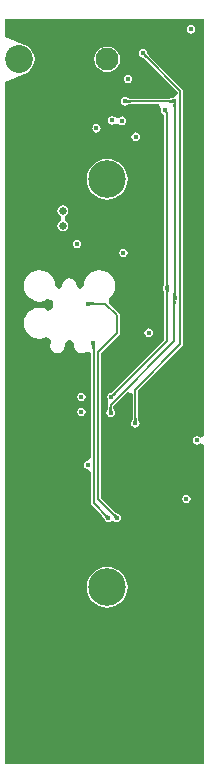
<source format=gbl>
G04*
G04 #@! TF.GenerationSoftware,Altium Limited,Altium Designer,20.2.5 (213)*
G04*
G04 Layer_Physical_Order=4*
G04 Layer_Color=16711680*
%FSLAX25Y25*%
%MOIN*%
G70*
G04*
G04 #@! TF.SameCoordinates,4658FE5A-7A30-472D-B718-34B1B9A5D075*
G04*
G04*
G04 #@! TF.FilePolarity,Positive*
G04*
G01*
G75*
%ADD10C,0.00787*%
%ADD13C,0.00800*%
%ADD110C,0.07677*%
%ADD111C,0.02400*%
%ADD112C,0.09291*%
%ADD113C,0.12520*%
%ADD114C,0.01772*%
%ADD115C,0.02559*%
G36*
X440500Y264367D02*
X439000Y263912D01*
X438971Y263955D01*
X438513Y264261D01*
X437972Y264369D01*
X437431Y264261D01*
X436973Y263955D01*
X436667Y263496D01*
X436559Y262956D01*
X436667Y262415D01*
X436973Y261956D01*
X437431Y261650D01*
X437972Y261543D01*
X438513Y261650D01*
X438971Y261956D01*
X439000Y261999D01*
X440500Y261544D01*
Y155000D01*
X374000D01*
Y382424D01*
X381241Y385497D01*
X382316Y386322D01*
X383140Y387397D01*
X383659Y388649D01*
X383836Y389992D01*
X383659Y391335D01*
X383140Y392587D01*
X382316Y393662D01*
X381241Y394487D01*
X381210Y394500D01*
Y394500D01*
X374000Y397574D01*
Y403500D01*
X440500D01*
Y264367D01*
D02*
G37*
%LPC*%
G36*
X436000Y401413D02*
X435459Y401305D01*
X435001Y400999D01*
X434695Y400541D01*
X434587Y400000D01*
X434695Y399459D01*
X435001Y399001D01*
X435459Y398695D01*
X436000Y398587D01*
X436541Y398695D01*
X436999Y399001D01*
X437305Y399459D01*
X437413Y400000D01*
X437305Y400541D01*
X436999Y400999D01*
X436541Y401305D01*
X436000Y401413D01*
D02*
G37*
G36*
X408055Y394267D02*
X406949Y394122D01*
X405918Y393694D01*
X405032Y393015D01*
X404353Y392130D01*
X403926Y391099D01*
X403780Y389992D01*
X403926Y388886D01*
X404353Y387855D01*
X405032Y386969D01*
X405918Y386290D01*
X406949Y385863D01*
X408055Y385717D01*
X409162Y385863D01*
X410193Y386290D01*
X411078Y386969D01*
X411758Y387855D01*
X412185Y388886D01*
X412330Y389992D01*
X412185Y391099D01*
X411758Y392130D01*
X411078Y393015D01*
X410193Y393694D01*
X409162Y394122D01*
X408055Y394267D01*
D02*
G37*
G36*
X415000Y384913D02*
X414459Y384805D01*
X414001Y384499D01*
X413695Y384041D01*
X413587Y383500D01*
X413695Y382959D01*
X414001Y382501D01*
X414459Y382195D01*
X415000Y382087D01*
X415541Y382195D01*
X415999Y382501D01*
X416305Y382959D01*
X416413Y383500D01*
X416305Y384041D01*
X415999Y384499D01*
X415541Y384805D01*
X415000Y384913D01*
D02*
G37*
G36*
X420015Y393404D02*
X419474Y393296D01*
X419016Y392990D01*
X418710Y392532D01*
X418602Y391991D01*
X418710Y391450D01*
X419016Y390992D01*
X419474Y390686D01*
X419912Y390599D01*
X419937Y390585D01*
X419947Y390577D01*
X419958Y390574D01*
X419972Y390566D01*
X419991Y390565D01*
X420015Y390554D01*
X420065Y390528D01*
X420133Y390484D01*
X420208Y390429D01*
X420545Y390136D01*
X420671Y390013D01*
X420727Y389990D01*
X431589Y379129D01*
Y378568D01*
X431561Y378508D01*
X430440Y377383D01*
X429899Y377276D01*
X429579Y377062D01*
X429538Y377051D01*
X429523Y377049D01*
X429513Y377044D01*
X429498Y377040D01*
X429483Y377029D01*
X429457Y377018D01*
X429400Y377003D01*
X429318Y376986D01*
X429224Y376972D01*
X428775Y376943D01*
X428596Y376941D01*
X428541Y376918D01*
X415919D01*
X415866Y376941D01*
X415513Y376949D01*
X415240Y376973D01*
X415143Y376988D01*
X415063Y377005D01*
X415009Y377020D01*
X414988Y377029D01*
X414976Y377039D01*
X414961Y377043D01*
X414948Y377050D01*
X414929Y377053D01*
X414910Y377058D01*
X414541Y377305D01*
X414000Y377413D01*
X413459Y377305D01*
X413001Y376999D01*
X412695Y376541D01*
X412587Y376000D01*
X412695Y375459D01*
X413001Y375001D01*
X413459Y374695D01*
X414000Y374587D01*
X414541Y374695D01*
X414910Y374942D01*
X414929Y374947D01*
X414948Y374950D01*
X414961Y374957D01*
X414976Y374961D01*
X414988Y374971D01*
X415009Y374980D01*
X415063Y374995D01*
X415143Y375012D01*
X415235Y375026D01*
X415682Y375057D01*
X415860Y375059D01*
X415915Y375082D01*
X425344D01*
X425472Y374935D01*
X426008Y373582D01*
X425980Y373541D01*
X425873Y373000D01*
X425980Y372459D01*
X426287Y372001D01*
X426745Y371695D01*
X427141Y371616D01*
Y315657D01*
X427118Y315604D01*
X427109Y315250D01*
X427086Y314978D01*
X427071Y314880D01*
X427054Y314801D01*
X427039Y314747D01*
X427030Y314725D01*
X427020Y314714D01*
X427016Y314699D01*
X427008Y314686D01*
X427006Y314667D01*
X427001Y314648D01*
X426754Y314279D01*
X426646Y313738D01*
X426754Y313197D01*
X427001Y312827D01*
X427006Y312809D01*
X427008Y312790D01*
X427016Y312776D01*
X427020Y312762D01*
X427030Y312750D01*
X427039Y312728D01*
X427054Y312674D01*
X427071Y312595D01*
X427085Y312503D01*
X427116Y312056D01*
X427118Y311878D01*
X427141Y311823D01*
Y296439D01*
X410208Y279506D01*
X410154Y279485D01*
X409898Y279241D01*
X409689Y279064D01*
X409610Y279006D01*
X409542Y278962D01*
X409492Y278935D01*
X409471Y278926D01*
X409455Y278924D01*
X409442Y278917D01*
X409427Y278913D01*
X409413Y278902D01*
X409395Y278892D01*
X408959Y278805D01*
X408501Y278499D01*
X408195Y278041D01*
X408087Y277500D01*
X408195Y276959D01*
X408501Y276501D01*
X408369Y275043D01*
X408300Y274692D01*
Y274134D01*
X408276Y274081D01*
X408268Y273727D01*
X408244Y273454D01*
X408230Y273357D01*
X408213Y273278D01*
X408197Y273224D01*
X408188Y273202D01*
X408179Y273190D01*
X408174Y273176D01*
X408167Y273163D01*
X408165Y273144D01*
X408159Y273125D01*
X407912Y272755D01*
X407804Y272215D01*
X407912Y271674D01*
X408218Y271215D01*
X408677Y270909D01*
X409217Y270802D01*
X409758Y270909D01*
X410216Y271215D01*
X410523Y271674D01*
X410630Y272215D01*
X410523Y272755D01*
X410276Y273125D01*
X410270Y273144D01*
X410268Y273163D01*
X410260Y273176D01*
X410256Y273190D01*
X410246Y273202D01*
X410238Y273224D01*
X410222Y273278D01*
X410205Y273357D01*
X410191Y273449D01*
X410160Y273896D01*
X410158Y274074D01*
X410135Y274129D01*
Y274312D01*
X415039Y279216D01*
X416539Y278594D01*
Y270548D01*
X416515Y270495D01*
X416507Y270143D01*
X416483Y269871D01*
X416468Y269775D01*
X416450Y269695D01*
X416434Y269641D01*
X416425Y269617D01*
X416412Y269602D01*
X416408Y269587D01*
X416402Y269578D01*
X416401Y269564D01*
X416393Y269537D01*
X416145Y269166D01*
X416037Y268625D01*
X416145Y268085D01*
X416451Y267626D01*
X416910Y267320D01*
X417450Y267213D01*
X417991Y267320D01*
X418449Y267626D01*
X418756Y268085D01*
X418863Y268625D01*
X418756Y269166D01*
X418508Y269537D01*
X418500Y269564D01*
X418498Y269578D01*
X418493Y269587D01*
X418488Y269602D01*
X418476Y269617D01*
X418466Y269641D01*
X418450Y269695D01*
X418433Y269775D01*
X418418Y269866D01*
X418387Y270311D01*
X418385Y270488D01*
X418361Y270544D01*
Y279573D01*
X433144Y294356D01*
X433342Y294651D01*
X433411Y295000D01*
Y379506D01*
X433342Y379855D01*
X433144Y380150D01*
X422019Y391276D01*
X421998Y391330D01*
X421755Y391585D01*
X421580Y391794D01*
X421522Y391873D01*
X421478Y391941D01*
X421452Y391991D01*
X421441Y392015D01*
X421440Y392034D01*
X421432Y392048D01*
X421429Y392059D01*
X421421Y392069D01*
X421408Y392094D01*
X421320Y392532D01*
X421014Y392990D01*
X420556Y393296D01*
X420015Y393404D01*
D02*
G37*
G36*
X409674Y371047D02*
X409133Y370940D01*
X408675Y370633D01*
X408368Y370175D01*
X408261Y369634D01*
X408368Y369093D01*
X408675Y368635D01*
X409133Y368329D01*
X409674Y368221D01*
X409674Y368221D01*
X410215Y368329D01*
X411380Y368534D01*
X412503Y368271D01*
X413044Y368163D01*
X413044Y368163D01*
X413584Y368271D01*
X414043Y368577D01*
X414349Y369036D01*
X414457Y369576D01*
X414349Y370117D01*
X414043Y370575D01*
X413584Y370882D01*
X413044Y370989D01*
X412503Y370882D01*
X412281Y370734D01*
X411973Y370601D01*
X411503Y370613D01*
X410665Y370671D01*
X410457Y370778D01*
X410215Y370940D01*
X409674Y371047D01*
D02*
G37*
G36*
X404500Y368413D02*
X403959Y368305D01*
X403501Y367999D01*
X403195Y367541D01*
X403087Y367000D01*
X403195Y366459D01*
X403501Y366001D01*
X403959Y365695D01*
X404500Y365587D01*
X405041Y365695D01*
X405499Y366001D01*
X405805Y366459D01*
X405913Y367000D01*
X405805Y367541D01*
X405499Y367999D01*
X405041Y368305D01*
X404500Y368413D01*
D02*
G37*
G36*
X417531Y365645D02*
X416990Y365537D01*
X416532Y365231D01*
X416226Y364773D01*
X416118Y364232D01*
X416226Y363691D01*
X416532Y363233D01*
X416990Y362926D01*
X417531Y362819D01*
X418072Y362926D01*
X418530Y363233D01*
X418836Y363691D01*
X418944Y364232D01*
X418836Y364773D01*
X418530Y365231D01*
X418072Y365537D01*
X417531Y365645D01*
D02*
G37*
G36*
X408055Y356785D02*
X406730Y356654D01*
X405456Y356268D01*
X404281Y355640D01*
X403252Y354795D01*
X402407Y353766D01*
X401780Y352591D01*
X401393Y351317D01*
X401263Y349992D01*
X401393Y348667D01*
X401780Y347393D01*
X402407Y346218D01*
X403252Y345189D01*
X404281Y344344D01*
X405456Y343717D01*
X406730Y343330D01*
X408055Y343200D01*
X409380Y343330D01*
X410654Y343717D01*
X411829Y344344D01*
X412858Y345189D01*
X413703Y346218D01*
X414331Y347393D01*
X414717Y348667D01*
X414848Y349992D01*
X414717Y351317D01*
X414331Y352591D01*
X413703Y353766D01*
X412858Y354795D01*
X411829Y355640D01*
X410654Y356268D01*
X409380Y356654D01*
X408055Y356785D01*
D02*
G37*
G36*
X393299Y341314D02*
X392605Y341176D01*
X392016Y340783D01*
X391623Y340194D01*
X391485Y339500D01*
X391623Y338806D01*
X392016Y338217D01*
X392605Y337824D01*
X392632Y337801D01*
Y336199D01*
X392605Y336176D01*
X392368Y336018D01*
X392016Y335783D01*
X391623Y335194D01*
X391485Y334500D01*
X391623Y333806D01*
X392016Y333217D01*
X392605Y332824D01*
X393299Y332686D01*
X393994Y332824D01*
X394582Y333217D01*
X394975Y333806D01*
X395114Y334500D01*
X394975Y335194D01*
X394582Y335783D01*
X393994Y336176D01*
X393967Y336199D01*
Y337801D01*
X393994Y337824D01*
X394231Y337982D01*
X394582Y338217D01*
X394975Y338806D01*
X395114Y339500D01*
X394975Y340194D01*
X394582Y340783D01*
X393994Y341176D01*
X393299Y341314D01*
D02*
G37*
G36*
X398000Y329913D02*
X397459Y329805D01*
X397001Y329499D01*
X396695Y329041D01*
X396587Y328500D01*
X396695Y327959D01*
X397001Y327501D01*
X397459Y327195D01*
X398000Y327087D01*
X398541Y327195D01*
X398999Y327501D01*
X399305Y327959D01*
X399413Y328500D01*
X399305Y329041D01*
X398999Y329499D01*
X398541Y329805D01*
X398000Y329913D01*
D02*
G37*
G36*
X413500Y326913D02*
X412959Y326805D01*
X412501Y326499D01*
X412195Y326041D01*
X412087Y325500D01*
X412195Y324959D01*
X412501Y324501D01*
X412959Y324195D01*
X413500Y324087D01*
X414041Y324195D01*
X414499Y324501D01*
X414805Y324959D01*
X414913Y325500D01*
X414805Y326041D01*
X414499Y326499D01*
X414041Y326805D01*
X413500Y326913D01*
D02*
G37*
G36*
X405500Y319720D02*
X404149Y319542D01*
X402890Y319021D01*
X401809Y318191D01*
X400980Y317110D01*
X400458Y315851D01*
X400280Y314500D01*
X399121Y313563D01*
X397999Y314500D01*
X397809Y315456D01*
X397267Y316267D01*
X396456Y316809D01*
X395500Y316999D01*
X394544Y316809D01*
X393733Y316267D01*
X393191Y315456D01*
X393001Y314500D01*
X391879Y313562D01*
X390720Y314500D01*
X390542Y315851D01*
X390020Y317110D01*
X389191Y318191D01*
X388110Y319021D01*
X386851Y319542D01*
X385500Y319720D01*
X384149Y319542D01*
X382890Y319021D01*
X381809Y318191D01*
X380979Y317110D01*
X380458Y315851D01*
X380280Y314500D01*
X380458Y313149D01*
X380979Y311890D01*
X381809Y310809D01*
X382890Y309980D01*
X384149Y309458D01*
X385500Y309280D01*
X386851Y309458D01*
X388110Y309980D01*
X388500Y310279D01*
X390000Y309539D01*
X390000Y306961D01*
X388500Y306221D01*
X388110Y306521D01*
X386851Y307042D01*
X385500Y307220D01*
X384149Y307042D01*
X382890Y306521D01*
X381809Y305691D01*
X380979Y304610D01*
X380458Y303351D01*
X380280Y302000D01*
X380458Y300649D01*
X380979Y299390D01*
X381809Y298309D01*
X382890Y297480D01*
X384149Y296958D01*
X385500Y296780D01*
X386851Y296958D01*
X387674Y297299D01*
X388903Y296754D01*
X389234Y296452D01*
X389350Y295693D01*
X389192Y295456D01*
X389191Y295456D01*
X389133Y295163D01*
X389001Y294500D01*
X389191Y293544D01*
X389733Y292733D01*
X390544Y292191D01*
X391500Y292001D01*
X392456Y292191D01*
X393267Y292733D01*
X393809Y293544D01*
X393999Y294500D01*
X393899Y295000D01*
X394608Y296211D01*
X394915Y296500D01*
X396085Y296500D01*
X396392Y296211D01*
X397101Y295000D01*
X397001Y294500D01*
X397191Y293544D01*
X397733Y292733D01*
X398544Y292191D01*
X399500Y292001D01*
X400456Y292191D01*
X401101Y292622D01*
X401838Y292431D01*
X402601Y292029D01*
Y257486D01*
X401732Y256145D01*
X401192Y256038D01*
X400733Y255731D01*
X400427Y255273D01*
X400319Y254732D01*
X400427Y254192D01*
X400733Y253733D01*
X401192Y253427D01*
X401732Y253319D01*
X402601Y251979D01*
Y241957D01*
X402670Y241608D01*
X402868Y241313D01*
X406457Y237723D01*
X406480Y237667D01*
X406609Y237535D01*
X406825Y237302D01*
X406985Y237110D01*
X407037Y237039D01*
X407076Y236980D01*
X407098Y236941D01*
X407104Y236928D01*
X407111Y236901D01*
X407164Y236835D01*
X407195Y236684D01*
X407501Y236225D01*
X407959Y235919D01*
X408500Y235811D01*
X409041Y235919D01*
X409499Y236225D01*
X410277D01*
X410735Y235919D01*
X411276Y235811D01*
X411816Y235919D01*
X412275Y236225D01*
X412581Y236684D01*
X412689Y237224D01*
X412581Y237765D01*
X412275Y238224D01*
X411816Y238530D01*
X411379Y238617D01*
X411354Y238630D01*
X411343Y238638D01*
X411333Y238641D01*
X411319Y238649D01*
X411300Y238651D01*
X411276Y238661D01*
X411226Y238688D01*
X411158Y238732D01*
X411083Y238786D01*
X410746Y239079D01*
X410619Y239203D01*
X410564Y239225D01*
X405900Y243889D01*
Y292111D01*
X411994Y298205D01*
X412191Y298500D01*
X412260Y298849D01*
Y304651D01*
X412191Y305000D01*
X411994Y305295D01*
X408689Y308599D01*
X408616Y308775D01*
X408711Y310335D01*
X408816Y310522D01*
X409191Y310809D01*
X410020Y311890D01*
X410542Y313149D01*
X410720Y314500D01*
X410542Y315851D01*
X410020Y317110D01*
X409191Y318191D01*
X408110Y319021D01*
X406851Y319542D01*
X405500Y319720D01*
D02*
G37*
G36*
X421897Y300313D02*
X421357Y300206D01*
X420898Y299900D01*
X420592Y299441D01*
X420484Y298901D01*
X420592Y298360D01*
X420898Y297901D01*
X421357Y297595D01*
X421897Y297487D01*
X422438Y297595D01*
X422896Y297901D01*
X423203Y298360D01*
X423310Y298901D01*
X423203Y299441D01*
X422896Y299900D01*
X422438Y300206D01*
X421897Y300313D01*
D02*
G37*
G36*
X399500Y278913D02*
X398959Y278805D01*
X398501Y278499D01*
X398195Y278041D01*
X398087Y277500D01*
X398195Y276959D01*
X398501Y276501D01*
X398959Y276195D01*
X399500Y276087D01*
X400041Y276195D01*
X400499Y276501D01*
X400805Y276959D01*
X400913Y277500D01*
X400805Y278041D01*
X400499Y278499D01*
X400041Y278805D01*
X399500Y278913D01*
D02*
G37*
G36*
Y273913D02*
X398959Y273805D01*
X398501Y273499D01*
X398195Y273041D01*
X398087Y272500D01*
X398195Y271959D01*
X398501Y271501D01*
X398959Y271195D01*
X399500Y271087D01*
X400041Y271195D01*
X400499Y271501D01*
X400805Y271959D01*
X400913Y272500D01*
X400805Y273041D01*
X400499Y273499D01*
X400041Y273805D01*
X399500Y273913D01*
D02*
G37*
G36*
X434500Y244913D02*
X433959Y244805D01*
X433501Y244499D01*
X433195Y244041D01*
X433087Y243500D01*
X433195Y242959D01*
X433501Y242501D01*
X433959Y242195D01*
X434500Y242087D01*
X435041Y242195D01*
X435499Y242501D01*
X435805Y242959D01*
X435913Y243500D01*
X435805Y244041D01*
X435499Y244499D01*
X435041Y244805D01*
X434500Y244913D01*
D02*
G37*
G36*
X408055Y220800D02*
X406730Y220670D01*
X405456Y220283D01*
X404281Y219656D01*
X403252Y218811D01*
X402407Y217782D01*
X401780Y216607D01*
X401393Y215333D01*
X401263Y214008D01*
X401393Y212683D01*
X401780Y211408D01*
X402407Y210234D01*
X403252Y209205D01*
X404281Y208360D01*
X405456Y207732D01*
X406730Y207346D01*
X408055Y207215D01*
X409380Y207346D01*
X410654Y207732D01*
X411829Y208360D01*
X412858Y209205D01*
X413703Y210234D01*
X414331Y211408D01*
X414717Y212683D01*
X414848Y214008D01*
X414717Y215333D01*
X414331Y216607D01*
X413703Y217782D01*
X412858Y218811D01*
X411829Y219656D01*
X410654Y220283D01*
X409380Y220670D01*
X408055Y220800D01*
D02*
G37*
%LPD*%
G36*
X420907Y391915D02*
X420928Y391840D01*
X420963Y391757D01*
X421012Y391666D01*
X421076Y391567D01*
X421153Y391461D01*
X421351Y391224D01*
X421606Y390957D01*
X421049Y390400D01*
X420912Y390534D01*
X420545Y390853D01*
X420439Y390930D01*
X420340Y390994D01*
X420249Y391043D01*
X420166Y391078D01*
X420091Y391099D01*
X420024Y391105D01*
X420901Y391982D01*
X420907Y391915D01*
D02*
G37*
G36*
X414684Y376578D02*
X414750Y376541D01*
X414833Y376508D01*
X414931Y376479D01*
X415046Y376455D01*
X415176Y376435D01*
X415483Y376409D01*
X415853Y376400D01*
Y375600D01*
X415660Y375598D01*
X415176Y375565D01*
X415046Y375545D01*
X414931Y375521D01*
X414833Y375492D01*
X414750Y375459D01*
X414684Y375422D01*
X414633Y375380D01*
Y376620D01*
X414684Y376578D01*
D02*
G37*
G36*
X429787Y375372D02*
X429737Y375415D01*
X429671Y375454D01*
X429590Y375488D01*
X429492Y375518D01*
X429379Y375543D01*
X429249Y375564D01*
X428943Y375591D01*
X428572Y375600D01*
X428602Y376400D01*
X428795Y376402D01*
X429281Y376434D01*
X429411Y376453D01*
X429526Y376476D01*
X429625Y376503D01*
X429709Y376535D01*
X429776Y376571D01*
X429829Y376611D01*
X429787Y375372D01*
D02*
G37*
G36*
X431104Y375372D02*
X431073Y375302D01*
X431046Y375217D01*
X431023Y375116D01*
X431003Y375000D01*
X430974Y374722D01*
X430959Y374382D01*
X430958Y374188D01*
X430158Y374068D01*
X430155Y374261D01*
X430118Y374742D01*
X430096Y374870D01*
X430068Y374981D01*
X430036Y375076D01*
X429999Y375154D01*
X429956Y375216D01*
X429909Y375261D01*
X431139Y375426D01*
X431104Y375372D01*
D02*
G37*
G36*
X428461Y315398D02*
X428494Y314913D01*
X428514Y314783D01*
X428538Y314669D01*
X428567Y314571D01*
X428600Y314488D01*
X428637Y314421D01*
X428679Y314370D01*
X427439D01*
X427481Y314421D01*
X427518Y314488D01*
X427551Y314571D01*
X427580Y314669D01*
X427604Y314783D01*
X427624Y314913D01*
X427650Y315221D01*
X427659Y315591D01*
X428459D01*
X428461Y315398D01*
D02*
G37*
G36*
X428637Y313054D02*
X428600Y312987D01*
X428567Y312905D01*
X428538Y312806D01*
X428514Y312692D01*
X428494Y312562D01*
X428468Y312255D01*
X428459Y311884D01*
X427659D01*
X427657Y312078D01*
X427624Y312562D01*
X427604Y312692D01*
X427580Y312806D01*
X427551Y312905D01*
X427518Y312987D01*
X427481Y313054D01*
X427439Y313105D01*
X428679D01*
X428637Y313054D01*
D02*
G37*
G36*
X430960Y311947D02*
X430993Y311463D01*
X431013Y311333D01*
X431037Y311219D01*
X431065Y311120D01*
X431098Y311038D01*
X431136Y310971D01*
X431178Y310920D01*
X429938D01*
X429979Y310971D01*
X430017Y311038D01*
X430050Y311120D01*
X430078Y311219D01*
X430103Y311333D01*
X430122Y311463D01*
X430149Y311770D01*
X430158Y312141D01*
X430958D01*
X430960Y311947D01*
D02*
G37*
G36*
X431135Y309616D02*
X431090Y309567D01*
X431051Y309503D01*
X431015Y309422D01*
X430985Y309325D01*
X430959Y309212D01*
X430938Y309084D01*
X430909Y308777D01*
X430900Y308407D01*
X430100Y308466D01*
X430098Y308659D01*
X430049Y309276D01*
X430027Y309391D01*
X430001Y309491D01*
X429971Y309575D01*
X429936Y309643D01*
X429898Y309696D01*
X431135Y309616D01*
D02*
G37*
G36*
X411093Y278528D02*
X410958Y278390D01*
X410639Y278024D01*
X410561Y277918D01*
X410498Y277820D01*
X410448Y277730D01*
X410413Y277648D01*
X410392Y277574D01*
X410386Y277509D01*
X409509Y278386D01*
X409575Y278392D01*
X409648Y278413D01*
X409730Y278448D01*
X409820Y278498D01*
X409918Y278561D01*
X410023Y278639D01*
X410259Y278838D01*
X410528Y279093D01*
X411093Y278528D01*
D02*
G37*
G36*
X409620Y273875D02*
X409653Y273390D01*
X409672Y273260D01*
X409696Y273146D01*
X409725Y273048D01*
X409758Y272965D01*
X409796Y272898D01*
X409837Y272847D01*
X408597D01*
X408639Y272898D01*
X408676Y272965D01*
X408709Y273048D01*
X408738Y273146D01*
X408762Y273260D01*
X408782Y273390D01*
X408809Y273697D01*
X408817Y274068D01*
X409617D01*
X409620Y273875D01*
D02*
G37*
G36*
X417846Y270289D02*
X417880Y269805D01*
X417901Y269675D01*
X417925Y269560D01*
X417955Y269461D01*
X417989Y269378D01*
X418027Y269310D01*
X418070Y269258D01*
X416830D01*
X416873Y269310D01*
X416912Y269378D01*
X416946Y269461D01*
X416975Y269560D01*
X417000Y269675D01*
X417020Y269805D01*
X417047Y270112D01*
X417057Y270482D01*
X417844D01*
X417846Y270289D01*
D02*
G37*
G36*
X402454Y309144D02*
X402522Y309106D01*
X402605Y309072D01*
X402704Y309043D01*
X402819Y309018D01*
X402949Y308997D01*
X403256Y308970D01*
X403626Y308961D01*
Y308174D01*
X403433Y308171D01*
X402949Y308137D01*
X402819Y308117D01*
X402704Y308092D01*
X402605Y308063D01*
X402522Y308029D01*
X402454Y307990D01*
X402402Y307947D01*
Y309188D01*
X402454Y309144D01*
D02*
G37*
G36*
X403998Y294982D02*
X403978Y294919D01*
X403961Y294839D01*
X403946Y294743D01*
X403924Y294500D01*
X403907Y294011D01*
X403905Y293815D01*
X403118Y293546D01*
X403115Y293739D01*
X403075Y294215D01*
X403050Y294339D01*
X403020Y294446D01*
X402984Y294536D01*
X402944Y294608D01*
X402897Y294663D01*
X402845Y294700D01*
X404019Y295028D01*
X403998Y294982D01*
D02*
G37*
G36*
X410379Y238681D02*
X410745Y238363D01*
X410852Y238285D01*
X410951Y238222D01*
X411041Y238172D01*
X411124Y238137D01*
X411199Y238117D01*
X411267Y238110D01*
X410390Y237233D01*
X410383Y237301D01*
X410363Y237376D01*
X410328Y237459D01*
X410279Y237549D01*
X410215Y237648D01*
X410137Y237755D01*
X409939Y237991D01*
X409685Y238259D01*
X410241Y238815D01*
X410379Y238681D01*
D02*
G37*
G36*
X407429Y238600D02*
X407796Y238290D01*
X407902Y238217D01*
X408000Y238161D01*
X408090Y238120D01*
X408171Y238094D01*
X408245Y238084D01*
X408311Y238090D01*
X407631Y237052D01*
X407613Y237114D01*
X407582Y237183D01*
X407538Y237262D01*
X407481Y237348D01*
X407411Y237443D01*
X407232Y237659D01*
X407001Y237909D01*
X406865Y238047D01*
X407291Y238735D01*
X407429Y238600D01*
D02*
G37*
D10*
X407433Y308567D02*
X411349Y304651D01*
X401769Y308567D02*
X407433D01*
X403512Y241957D02*
Y295231D01*
X403259Y295483D02*
X403512Y295231D01*
Y241957D02*
X408500Y236969D01*
X420015Y391991D02*
X432500Y379506D01*
Y295000D02*
Y379506D01*
X404988Y292488D02*
X411349Y298849D01*
X404988Y243512D02*
X411276Y237224D01*
X404988Y243512D02*
Y292488D01*
X411349Y298849D02*
Y304651D01*
X417450Y268625D02*
Y279950D01*
X432500Y295000D01*
D13*
X428059Y313738D02*
Y372045D01*
Y296059D02*
Y313738D01*
X430410Y376000D02*
X430440Y375970D01*
X414000Y376000D02*
X430410D01*
X427286Y372819D02*
Y373000D01*
Y372819D02*
X428059Y372045D01*
X409500Y277500D02*
X428059Y296059D01*
X409217Y274692D02*
X430500Y295974D01*
Y310000D01*
X409217Y272215D02*
Y274692D01*
X430558Y310287D02*
Y375500D01*
D110*
X408055Y389992D02*
D03*
Y174008D02*
D03*
D111*
X424287Y259000D02*
D03*
X420287D02*
D03*
X416287D02*
D03*
X412287D02*
D03*
Y255000D02*
D03*
Y251000D02*
D03*
Y247000D02*
D03*
X416287D02*
D03*
Y251000D02*
D03*
Y255000D02*
D03*
X420287D02*
D03*
X424287D02*
D03*
Y251000D02*
D03*
X420287D02*
D03*
Y247000D02*
D03*
X424287D02*
D03*
D112*
X378646Y389992D02*
D03*
D113*
X408055Y349992D02*
D03*
Y214008D02*
D03*
D114*
X425500Y195500D02*
D03*
X422500Y294500D02*
D03*
X401769Y308567D02*
D03*
X382500Y250500D02*
D03*
X395500Y255500D02*
D03*
X401732Y254732D02*
D03*
X398000Y285500D02*
D03*
X391500Y271000D02*
D03*
X407621Y265285D02*
D03*
X387476Y295380D02*
D03*
X424000Y392500D02*
D03*
X415000Y393000D02*
D03*
X413500Y325500D02*
D03*
X383692Y360166D02*
D03*
X421897Y298901D02*
D03*
X430500Y385500D02*
D03*
X430440Y375970D02*
D03*
X409500Y204500D02*
D03*
Y195500D02*
D03*
X408500Y292000D02*
D03*
X403259Y295483D02*
D03*
X437972Y262956D02*
D03*
X409500Y364000D02*
D03*
X400500Y383500D02*
D03*
X410500D02*
D03*
X381000D02*
D03*
X385500Y390500D02*
D03*
X434500Y243500D02*
D03*
X424500Y175000D02*
D03*
X425405Y205152D02*
D03*
X399195Y367459D02*
D03*
X398000Y352000D02*
D03*
X392500Y374000D02*
D03*
Y378600D02*
D03*
X422500Y282000D02*
D03*
X400000Y269000D02*
D03*
X400500Y240500D02*
D03*
X408500Y281500D02*
D03*
X413000Y332000D02*
D03*
X399000Y322500D02*
D03*
X416500Y310272D02*
D03*
X424000Y379500D02*
D03*
Y383500D02*
D03*
X419500D02*
D03*
X383500Y371000D02*
D03*
X436000Y400000D02*
D03*
X399500Y277500D02*
D03*
Y272500D02*
D03*
X426100Y234086D02*
D03*
X427500Y189500D02*
D03*
X424000Y161636D02*
D03*
X409500Y277500D02*
D03*
X417450Y268625D02*
D03*
X430558Y310287D02*
D03*
X428059Y313738D02*
D03*
X427286Y373000D02*
D03*
X417000Y369500D02*
D03*
X417531Y364232D02*
D03*
X415000Y383500D02*
D03*
X420015Y391991D02*
D03*
X404500Y379500D02*
D03*
Y367000D02*
D03*
X398000Y328500D02*
D03*
X414000Y376000D02*
D03*
X413044Y369576D02*
D03*
X409674Y369634D02*
D03*
X409217Y272215D02*
D03*
X408500Y237224D02*
D03*
X411276D02*
D03*
X431437Y401000D02*
D03*
X423375D02*
D03*
X415312D02*
D03*
X407250D02*
D03*
X399187D02*
D03*
X391125D02*
D03*
X383063D02*
D03*
X375000Y401000D02*
D03*
X439500Y364030D02*
D03*
Y371424D02*
D03*
Y378818D02*
D03*
Y386212D02*
D03*
Y393606D02*
D03*
X439500Y401000D02*
D03*
X439500Y297485D02*
D03*
Y304879D02*
D03*
Y312273D02*
D03*
Y319667D02*
D03*
Y327060D02*
D03*
Y334454D02*
D03*
Y341848D02*
D03*
Y349242D02*
D03*
Y356636D02*
D03*
X439500Y230939D02*
D03*
Y238333D02*
D03*
Y245727D02*
D03*
Y253121D02*
D03*
Y260515D02*
D03*
Y267909D02*
D03*
Y275303D02*
D03*
Y282697D02*
D03*
Y290091D02*
D03*
X427167Y157000D02*
D03*
X433333D02*
D03*
X375000Y378500D02*
D03*
Y371117D02*
D03*
Y363733D02*
D03*
Y356350D02*
D03*
Y348967D02*
D03*
Y341583D02*
D03*
Y334200D02*
D03*
Y326817D02*
D03*
Y319433D02*
D03*
Y312050D02*
D03*
Y304667D02*
D03*
Y297283D02*
D03*
Y289900D02*
D03*
Y282517D02*
D03*
Y275133D02*
D03*
Y267750D02*
D03*
Y260367D02*
D03*
Y252983D02*
D03*
Y245600D02*
D03*
Y238217D02*
D03*
Y230833D02*
D03*
Y223450D02*
D03*
Y216067D02*
D03*
Y208683D02*
D03*
Y201300D02*
D03*
Y193917D02*
D03*
Y186533D02*
D03*
Y179150D02*
D03*
X439500Y223545D02*
D03*
Y216151D02*
D03*
Y208757D02*
D03*
Y201364D02*
D03*
Y193970D02*
D03*
Y186576D02*
D03*
Y179182D02*
D03*
Y171788D02*
D03*
X425500Y200000D02*
D03*
X409500D02*
D03*
X439500Y164394D02*
D03*
X439500Y157000D02*
D03*
X375000Y164383D02*
D03*
Y171767D02*
D03*
Y157000D02*
D03*
X382800D02*
D03*
X390600D02*
D03*
X398400D02*
D03*
X406200D02*
D03*
X414000D02*
D03*
X419500Y216500D02*
D03*
X421000Y157000D02*
D03*
X414000Y180500D02*
D03*
X415500Y225500D02*
D03*
Y230000D02*
D03*
X414000Y162500D02*
D03*
Y167000D02*
D03*
X421000Y185000D02*
D03*
Y180500D02*
D03*
Y171000D02*
D03*
Y166000D02*
D03*
X414000Y171500D02*
D03*
Y176000D02*
D03*
Y185000D02*
D03*
Y189500D02*
D03*
X415500Y234500D02*
D03*
X419500Y212000D02*
D03*
Y208000D02*
D03*
X415500D02*
D03*
Y212000D02*
D03*
Y216500D02*
D03*
Y221000D02*
D03*
D115*
X393299Y334500D02*
D03*
Y339500D02*
D03*
M02*

</source>
